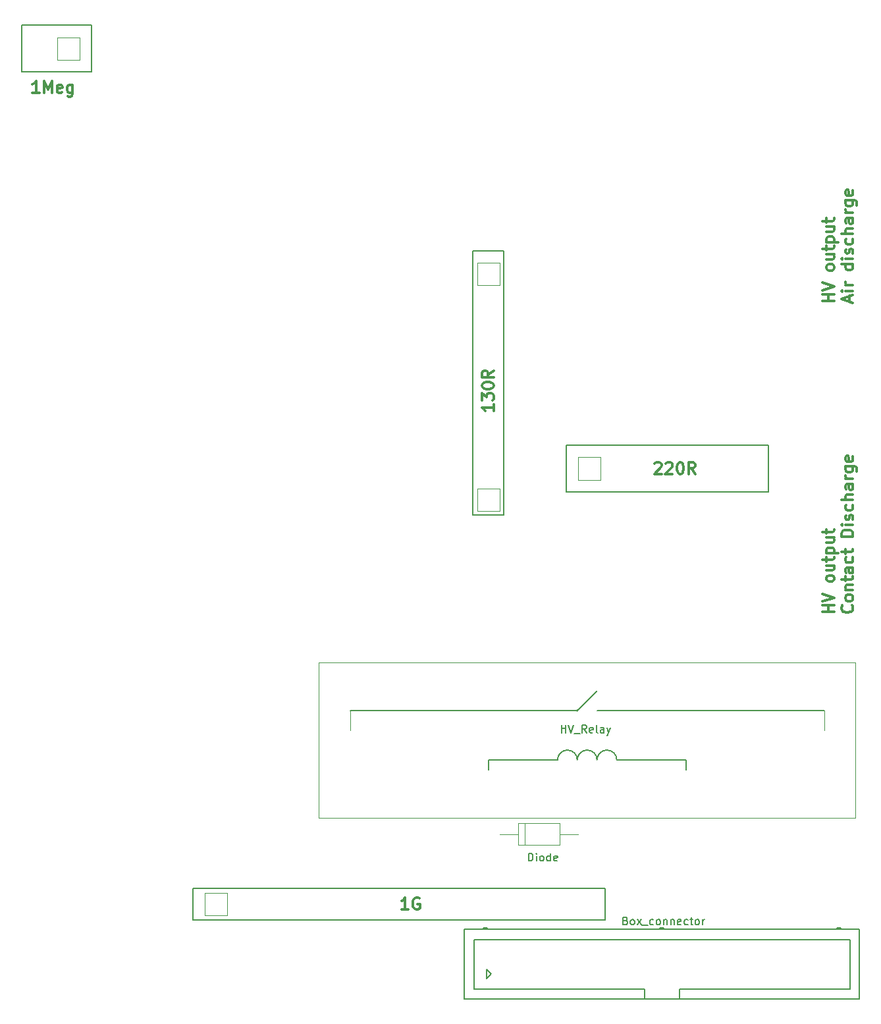
<source format=gbr>
%TF.GenerationSoftware,KiCad,Pcbnew,8.0.3*%
%TF.CreationDate,2025-04-28T21:08:14+02:00*%
%TF.ProjectId,shaper,73686170-6572-42e6-9b69-6361645f7063,1.0*%
%TF.SameCoordinates,Original*%
%TF.FileFunction,Legend,Top*%
%TF.FilePolarity,Positive*%
%FSLAX46Y46*%
G04 Gerber Fmt 4.6, Leading zero omitted, Abs format (unit mm)*
G04 Created by KiCad (PCBNEW 8.0.3) date 2025-04-28 21:08:14*
%MOMM*%
%LPD*%
G01*
G04 APERTURE LIST*
%ADD10C,0.200000*%
%ADD11C,0.300000*%
%ADD12C,0.150000*%
%ADD13C,0.120000*%
G04 APERTURE END LIST*
D10*
X57000000Y-154000000D02*
X110000000Y-154000000D01*
X97000000Y-99000000D02*
X97000000Y-102000000D01*
X57000000Y-150000000D02*
X57000000Y-154000000D01*
X105000001Y-92999998D02*
X131000004Y-93000001D01*
X131000004Y-93000001D02*
X131000000Y-99000000D01*
X35000000Y-45000000D02*
X35000000Y-39000000D01*
X44000000Y-39000000D02*
X44000000Y-45000000D01*
X97000000Y-68000000D02*
X97000000Y-99000000D01*
X35000000Y-39000000D02*
X44000000Y-39000000D01*
X131000000Y-99000000D02*
X105000001Y-98999998D01*
X97000000Y-102000000D02*
X93000000Y-102000000D01*
X110000000Y-154000000D02*
X110000000Y-150000000D01*
X93000000Y-68000000D02*
X97000000Y-68000000D01*
X105000001Y-98999998D02*
X105000001Y-92999998D01*
X44000000Y-45000000D02*
X35000000Y-45000000D01*
X93000000Y-102000000D02*
X93000000Y-68000000D01*
X110000000Y-150000000D02*
X57000000Y-150000000D01*
D11*
X95678328Y-87749998D02*
X95678328Y-88607141D01*
X95678328Y-88178570D02*
X94178328Y-88178570D01*
X94178328Y-88178570D02*
X94392614Y-88321427D01*
X94392614Y-88321427D02*
X94535471Y-88464284D01*
X94535471Y-88464284D02*
X94606900Y-88607141D01*
X94178328Y-87249999D02*
X94178328Y-86321427D01*
X94178328Y-86321427D02*
X94749757Y-86821427D01*
X94749757Y-86821427D02*
X94749757Y-86607142D01*
X94749757Y-86607142D02*
X94821185Y-86464285D01*
X94821185Y-86464285D02*
X94892614Y-86392856D01*
X94892614Y-86392856D02*
X95035471Y-86321427D01*
X95035471Y-86321427D02*
X95392614Y-86321427D01*
X95392614Y-86321427D02*
X95535471Y-86392856D01*
X95535471Y-86392856D02*
X95606900Y-86464285D01*
X95606900Y-86464285D02*
X95678328Y-86607142D01*
X95678328Y-86607142D02*
X95678328Y-87035713D01*
X95678328Y-87035713D02*
X95606900Y-87178570D01*
X95606900Y-87178570D02*
X95535471Y-87249999D01*
X94178328Y-85392856D02*
X94178328Y-85249999D01*
X94178328Y-85249999D02*
X94249757Y-85107142D01*
X94249757Y-85107142D02*
X94321185Y-85035714D01*
X94321185Y-85035714D02*
X94464042Y-84964285D01*
X94464042Y-84964285D02*
X94749757Y-84892856D01*
X94749757Y-84892856D02*
X95106900Y-84892856D01*
X95106900Y-84892856D02*
X95392614Y-84964285D01*
X95392614Y-84964285D02*
X95535471Y-85035714D01*
X95535471Y-85035714D02*
X95606900Y-85107142D01*
X95606900Y-85107142D02*
X95678328Y-85249999D01*
X95678328Y-85249999D02*
X95678328Y-85392856D01*
X95678328Y-85392856D02*
X95606900Y-85535714D01*
X95606900Y-85535714D02*
X95535471Y-85607142D01*
X95535471Y-85607142D02*
X95392614Y-85678571D01*
X95392614Y-85678571D02*
X95106900Y-85749999D01*
X95106900Y-85749999D02*
X94749757Y-85749999D01*
X94749757Y-85749999D02*
X94464042Y-85678571D01*
X94464042Y-85678571D02*
X94321185Y-85607142D01*
X94321185Y-85607142D02*
X94249757Y-85535714D01*
X94249757Y-85535714D02*
X94178328Y-85392856D01*
X95678328Y-83392857D02*
X94964042Y-83892857D01*
X95678328Y-84250000D02*
X94178328Y-84250000D01*
X94178328Y-84250000D02*
X94178328Y-83678571D01*
X94178328Y-83678571D02*
X94249757Y-83535714D01*
X94249757Y-83535714D02*
X94321185Y-83464285D01*
X94321185Y-83464285D02*
X94464042Y-83392857D01*
X94464042Y-83392857D02*
X94678328Y-83392857D01*
X94678328Y-83392857D02*
X94821185Y-83464285D01*
X94821185Y-83464285D02*
X94892614Y-83535714D01*
X94892614Y-83535714D02*
X94964042Y-83678571D01*
X94964042Y-83678571D02*
X94964042Y-84250000D01*
X139470870Y-114445489D02*
X137970870Y-114445489D01*
X138685156Y-114445489D02*
X138685156Y-113588346D01*
X139470870Y-113588346D02*
X137970870Y-113588346D01*
X137970870Y-113088345D02*
X139470870Y-112588345D01*
X139470870Y-112588345D02*
X137970870Y-112088345D01*
X139470870Y-110231203D02*
X139399442Y-110374060D01*
X139399442Y-110374060D02*
X139328013Y-110445489D01*
X139328013Y-110445489D02*
X139185156Y-110516917D01*
X139185156Y-110516917D02*
X138756584Y-110516917D01*
X138756584Y-110516917D02*
X138613727Y-110445489D01*
X138613727Y-110445489D02*
X138542299Y-110374060D01*
X138542299Y-110374060D02*
X138470870Y-110231203D01*
X138470870Y-110231203D02*
X138470870Y-110016917D01*
X138470870Y-110016917D02*
X138542299Y-109874060D01*
X138542299Y-109874060D02*
X138613727Y-109802632D01*
X138613727Y-109802632D02*
X138756584Y-109731203D01*
X138756584Y-109731203D02*
X139185156Y-109731203D01*
X139185156Y-109731203D02*
X139328013Y-109802632D01*
X139328013Y-109802632D02*
X139399442Y-109874060D01*
X139399442Y-109874060D02*
X139470870Y-110016917D01*
X139470870Y-110016917D02*
X139470870Y-110231203D01*
X138470870Y-108445489D02*
X139470870Y-108445489D01*
X138470870Y-109088346D02*
X139256584Y-109088346D01*
X139256584Y-109088346D02*
X139399442Y-109016917D01*
X139399442Y-109016917D02*
X139470870Y-108874060D01*
X139470870Y-108874060D02*
X139470870Y-108659774D01*
X139470870Y-108659774D02*
X139399442Y-108516917D01*
X139399442Y-108516917D02*
X139328013Y-108445489D01*
X138470870Y-107945488D02*
X138470870Y-107374060D01*
X137970870Y-107731203D02*
X139256584Y-107731203D01*
X139256584Y-107731203D02*
X139399442Y-107659774D01*
X139399442Y-107659774D02*
X139470870Y-107516917D01*
X139470870Y-107516917D02*
X139470870Y-107374060D01*
X138470870Y-106874060D02*
X139970870Y-106874060D01*
X138542299Y-106874060D02*
X138470870Y-106731203D01*
X138470870Y-106731203D02*
X138470870Y-106445488D01*
X138470870Y-106445488D02*
X138542299Y-106302631D01*
X138542299Y-106302631D02*
X138613727Y-106231203D01*
X138613727Y-106231203D02*
X138756584Y-106159774D01*
X138756584Y-106159774D02*
X139185156Y-106159774D01*
X139185156Y-106159774D02*
X139328013Y-106231203D01*
X139328013Y-106231203D02*
X139399442Y-106302631D01*
X139399442Y-106302631D02*
X139470870Y-106445488D01*
X139470870Y-106445488D02*
X139470870Y-106731203D01*
X139470870Y-106731203D02*
X139399442Y-106874060D01*
X138470870Y-104874060D02*
X139470870Y-104874060D01*
X138470870Y-105516917D02*
X139256584Y-105516917D01*
X139256584Y-105516917D02*
X139399442Y-105445488D01*
X139399442Y-105445488D02*
X139470870Y-105302631D01*
X139470870Y-105302631D02*
X139470870Y-105088345D01*
X139470870Y-105088345D02*
X139399442Y-104945488D01*
X139399442Y-104945488D02*
X139328013Y-104874060D01*
X138470870Y-104374059D02*
X138470870Y-103802631D01*
X137970870Y-104159774D02*
X139256584Y-104159774D01*
X139256584Y-104159774D02*
X139399442Y-104088345D01*
X139399442Y-104088345D02*
X139470870Y-103945488D01*
X139470870Y-103945488D02*
X139470870Y-103802631D01*
X141742929Y-113588346D02*
X141814358Y-113659774D01*
X141814358Y-113659774D02*
X141885786Y-113874060D01*
X141885786Y-113874060D02*
X141885786Y-114016917D01*
X141885786Y-114016917D02*
X141814358Y-114231203D01*
X141814358Y-114231203D02*
X141671500Y-114374060D01*
X141671500Y-114374060D02*
X141528643Y-114445489D01*
X141528643Y-114445489D02*
X141242929Y-114516917D01*
X141242929Y-114516917D02*
X141028643Y-114516917D01*
X141028643Y-114516917D02*
X140742929Y-114445489D01*
X140742929Y-114445489D02*
X140600072Y-114374060D01*
X140600072Y-114374060D02*
X140457215Y-114231203D01*
X140457215Y-114231203D02*
X140385786Y-114016917D01*
X140385786Y-114016917D02*
X140385786Y-113874060D01*
X140385786Y-113874060D02*
X140457215Y-113659774D01*
X140457215Y-113659774D02*
X140528643Y-113588346D01*
X141885786Y-112731203D02*
X141814358Y-112874060D01*
X141814358Y-112874060D02*
X141742929Y-112945489D01*
X141742929Y-112945489D02*
X141600072Y-113016917D01*
X141600072Y-113016917D02*
X141171500Y-113016917D01*
X141171500Y-113016917D02*
X141028643Y-112945489D01*
X141028643Y-112945489D02*
X140957215Y-112874060D01*
X140957215Y-112874060D02*
X140885786Y-112731203D01*
X140885786Y-112731203D02*
X140885786Y-112516917D01*
X140885786Y-112516917D02*
X140957215Y-112374060D01*
X140957215Y-112374060D02*
X141028643Y-112302632D01*
X141028643Y-112302632D02*
X141171500Y-112231203D01*
X141171500Y-112231203D02*
X141600072Y-112231203D01*
X141600072Y-112231203D02*
X141742929Y-112302632D01*
X141742929Y-112302632D02*
X141814358Y-112374060D01*
X141814358Y-112374060D02*
X141885786Y-112516917D01*
X141885786Y-112516917D02*
X141885786Y-112731203D01*
X140885786Y-111588346D02*
X141885786Y-111588346D01*
X141028643Y-111588346D02*
X140957215Y-111516917D01*
X140957215Y-111516917D02*
X140885786Y-111374060D01*
X140885786Y-111374060D02*
X140885786Y-111159774D01*
X140885786Y-111159774D02*
X140957215Y-111016917D01*
X140957215Y-111016917D02*
X141100072Y-110945489D01*
X141100072Y-110945489D02*
X141885786Y-110945489D01*
X140885786Y-110445488D02*
X140885786Y-109874060D01*
X140385786Y-110231203D02*
X141671500Y-110231203D01*
X141671500Y-110231203D02*
X141814358Y-110159774D01*
X141814358Y-110159774D02*
X141885786Y-110016917D01*
X141885786Y-110016917D02*
X141885786Y-109874060D01*
X141885786Y-108731203D02*
X141100072Y-108731203D01*
X141100072Y-108731203D02*
X140957215Y-108802631D01*
X140957215Y-108802631D02*
X140885786Y-108945488D01*
X140885786Y-108945488D02*
X140885786Y-109231203D01*
X140885786Y-109231203D02*
X140957215Y-109374060D01*
X141814358Y-108731203D02*
X141885786Y-108874060D01*
X141885786Y-108874060D02*
X141885786Y-109231203D01*
X141885786Y-109231203D02*
X141814358Y-109374060D01*
X141814358Y-109374060D02*
X141671500Y-109445488D01*
X141671500Y-109445488D02*
X141528643Y-109445488D01*
X141528643Y-109445488D02*
X141385786Y-109374060D01*
X141385786Y-109374060D02*
X141314358Y-109231203D01*
X141314358Y-109231203D02*
X141314358Y-108874060D01*
X141314358Y-108874060D02*
X141242929Y-108731203D01*
X141814358Y-107374060D02*
X141885786Y-107516917D01*
X141885786Y-107516917D02*
X141885786Y-107802631D01*
X141885786Y-107802631D02*
X141814358Y-107945488D01*
X141814358Y-107945488D02*
X141742929Y-108016917D01*
X141742929Y-108016917D02*
X141600072Y-108088345D01*
X141600072Y-108088345D02*
X141171500Y-108088345D01*
X141171500Y-108088345D02*
X141028643Y-108016917D01*
X141028643Y-108016917D02*
X140957215Y-107945488D01*
X140957215Y-107945488D02*
X140885786Y-107802631D01*
X140885786Y-107802631D02*
X140885786Y-107516917D01*
X140885786Y-107516917D02*
X140957215Y-107374060D01*
X140885786Y-106945488D02*
X140885786Y-106374060D01*
X140385786Y-106731203D02*
X141671500Y-106731203D01*
X141671500Y-106731203D02*
X141814358Y-106659774D01*
X141814358Y-106659774D02*
X141885786Y-106516917D01*
X141885786Y-106516917D02*
X141885786Y-106374060D01*
X141885786Y-104731203D02*
X140385786Y-104731203D01*
X140385786Y-104731203D02*
X140385786Y-104374060D01*
X140385786Y-104374060D02*
X140457215Y-104159774D01*
X140457215Y-104159774D02*
X140600072Y-104016917D01*
X140600072Y-104016917D02*
X140742929Y-103945488D01*
X140742929Y-103945488D02*
X141028643Y-103874060D01*
X141028643Y-103874060D02*
X141242929Y-103874060D01*
X141242929Y-103874060D02*
X141528643Y-103945488D01*
X141528643Y-103945488D02*
X141671500Y-104016917D01*
X141671500Y-104016917D02*
X141814358Y-104159774D01*
X141814358Y-104159774D02*
X141885786Y-104374060D01*
X141885786Y-104374060D02*
X141885786Y-104731203D01*
X141885786Y-103231203D02*
X140885786Y-103231203D01*
X140385786Y-103231203D02*
X140457215Y-103302631D01*
X140457215Y-103302631D02*
X140528643Y-103231203D01*
X140528643Y-103231203D02*
X140457215Y-103159774D01*
X140457215Y-103159774D02*
X140385786Y-103231203D01*
X140385786Y-103231203D02*
X140528643Y-103231203D01*
X141814358Y-102588345D02*
X141885786Y-102445488D01*
X141885786Y-102445488D02*
X141885786Y-102159774D01*
X141885786Y-102159774D02*
X141814358Y-102016917D01*
X141814358Y-102016917D02*
X141671500Y-101945488D01*
X141671500Y-101945488D02*
X141600072Y-101945488D01*
X141600072Y-101945488D02*
X141457215Y-102016917D01*
X141457215Y-102016917D02*
X141385786Y-102159774D01*
X141385786Y-102159774D02*
X141385786Y-102374060D01*
X141385786Y-102374060D02*
X141314358Y-102516917D01*
X141314358Y-102516917D02*
X141171500Y-102588345D01*
X141171500Y-102588345D02*
X141100072Y-102588345D01*
X141100072Y-102588345D02*
X140957215Y-102516917D01*
X140957215Y-102516917D02*
X140885786Y-102374060D01*
X140885786Y-102374060D02*
X140885786Y-102159774D01*
X140885786Y-102159774D02*
X140957215Y-102016917D01*
X141814358Y-100659774D02*
X141885786Y-100802631D01*
X141885786Y-100802631D02*
X141885786Y-101088345D01*
X141885786Y-101088345D02*
X141814358Y-101231202D01*
X141814358Y-101231202D02*
X141742929Y-101302631D01*
X141742929Y-101302631D02*
X141600072Y-101374059D01*
X141600072Y-101374059D02*
X141171500Y-101374059D01*
X141171500Y-101374059D02*
X141028643Y-101302631D01*
X141028643Y-101302631D02*
X140957215Y-101231202D01*
X140957215Y-101231202D02*
X140885786Y-101088345D01*
X140885786Y-101088345D02*
X140885786Y-100802631D01*
X140885786Y-100802631D02*
X140957215Y-100659774D01*
X141885786Y-100016917D02*
X140385786Y-100016917D01*
X141885786Y-99374060D02*
X141100072Y-99374060D01*
X141100072Y-99374060D02*
X140957215Y-99445488D01*
X140957215Y-99445488D02*
X140885786Y-99588345D01*
X140885786Y-99588345D02*
X140885786Y-99802631D01*
X140885786Y-99802631D02*
X140957215Y-99945488D01*
X140957215Y-99945488D02*
X141028643Y-100016917D01*
X141885786Y-98016917D02*
X141100072Y-98016917D01*
X141100072Y-98016917D02*
X140957215Y-98088345D01*
X140957215Y-98088345D02*
X140885786Y-98231202D01*
X140885786Y-98231202D02*
X140885786Y-98516917D01*
X140885786Y-98516917D02*
X140957215Y-98659774D01*
X141814358Y-98016917D02*
X141885786Y-98159774D01*
X141885786Y-98159774D02*
X141885786Y-98516917D01*
X141885786Y-98516917D02*
X141814358Y-98659774D01*
X141814358Y-98659774D02*
X141671500Y-98731202D01*
X141671500Y-98731202D02*
X141528643Y-98731202D01*
X141528643Y-98731202D02*
X141385786Y-98659774D01*
X141385786Y-98659774D02*
X141314358Y-98516917D01*
X141314358Y-98516917D02*
X141314358Y-98159774D01*
X141314358Y-98159774D02*
X141242929Y-98016917D01*
X141885786Y-97302631D02*
X140885786Y-97302631D01*
X141171500Y-97302631D02*
X141028643Y-97231202D01*
X141028643Y-97231202D02*
X140957215Y-97159774D01*
X140957215Y-97159774D02*
X140885786Y-97016916D01*
X140885786Y-97016916D02*
X140885786Y-96874059D01*
X140885786Y-95731203D02*
X142100072Y-95731203D01*
X142100072Y-95731203D02*
X142242929Y-95802631D01*
X142242929Y-95802631D02*
X142314358Y-95874060D01*
X142314358Y-95874060D02*
X142385786Y-96016917D01*
X142385786Y-96016917D02*
X142385786Y-96231203D01*
X142385786Y-96231203D02*
X142314358Y-96374060D01*
X141814358Y-95731203D02*
X141885786Y-95874060D01*
X141885786Y-95874060D02*
X141885786Y-96159774D01*
X141885786Y-96159774D02*
X141814358Y-96302631D01*
X141814358Y-96302631D02*
X141742929Y-96374060D01*
X141742929Y-96374060D02*
X141600072Y-96445488D01*
X141600072Y-96445488D02*
X141171500Y-96445488D01*
X141171500Y-96445488D02*
X141028643Y-96374060D01*
X141028643Y-96374060D02*
X140957215Y-96302631D01*
X140957215Y-96302631D02*
X140885786Y-96159774D01*
X140885786Y-96159774D02*
X140885786Y-95874060D01*
X140885786Y-95874060D02*
X140957215Y-95731203D01*
X141814358Y-94445488D02*
X141885786Y-94588345D01*
X141885786Y-94588345D02*
X141885786Y-94874060D01*
X141885786Y-94874060D02*
X141814358Y-95016917D01*
X141814358Y-95016917D02*
X141671500Y-95088345D01*
X141671500Y-95088345D02*
X141100072Y-95088345D01*
X141100072Y-95088345D02*
X140957215Y-95016917D01*
X140957215Y-95016917D02*
X140885786Y-94874060D01*
X140885786Y-94874060D02*
X140885786Y-94588345D01*
X140885786Y-94588345D02*
X140957215Y-94445488D01*
X140957215Y-94445488D02*
X141100072Y-94374060D01*
X141100072Y-94374060D02*
X141242929Y-94374060D01*
X141242929Y-94374060D02*
X141385786Y-95088345D01*
X116392859Y-95321182D02*
X116464287Y-95249754D01*
X116464287Y-95249754D02*
X116607145Y-95178325D01*
X116607145Y-95178325D02*
X116964287Y-95178325D01*
X116964287Y-95178325D02*
X117107145Y-95249754D01*
X117107145Y-95249754D02*
X117178573Y-95321182D01*
X117178573Y-95321182D02*
X117250002Y-95464039D01*
X117250002Y-95464039D02*
X117250002Y-95606897D01*
X117250002Y-95606897D02*
X117178573Y-95821182D01*
X117178573Y-95821182D02*
X116321430Y-96678325D01*
X116321430Y-96678325D02*
X117250002Y-96678325D01*
X117821430Y-95321182D02*
X117892858Y-95249754D01*
X117892858Y-95249754D02*
X118035716Y-95178325D01*
X118035716Y-95178325D02*
X118392858Y-95178325D01*
X118392858Y-95178325D02*
X118535716Y-95249754D01*
X118535716Y-95249754D02*
X118607144Y-95321182D01*
X118607144Y-95321182D02*
X118678573Y-95464039D01*
X118678573Y-95464039D02*
X118678573Y-95606897D01*
X118678573Y-95606897D02*
X118607144Y-95821182D01*
X118607144Y-95821182D02*
X117750001Y-96678325D01*
X117750001Y-96678325D02*
X118678573Y-96678325D01*
X119607144Y-95178325D02*
X119750001Y-95178325D01*
X119750001Y-95178325D02*
X119892858Y-95249754D01*
X119892858Y-95249754D02*
X119964287Y-95321182D01*
X119964287Y-95321182D02*
X120035715Y-95464039D01*
X120035715Y-95464039D02*
X120107144Y-95749754D01*
X120107144Y-95749754D02*
X120107144Y-96106897D01*
X120107144Y-96106897D02*
X120035715Y-96392611D01*
X120035715Y-96392611D02*
X119964287Y-96535468D01*
X119964287Y-96535468D02*
X119892858Y-96606897D01*
X119892858Y-96606897D02*
X119750001Y-96678325D01*
X119750001Y-96678325D02*
X119607144Y-96678325D01*
X119607144Y-96678325D02*
X119464287Y-96606897D01*
X119464287Y-96606897D02*
X119392858Y-96535468D01*
X119392858Y-96535468D02*
X119321429Y-96392611D01*
X119321429Y-96392611D02*
X119250001Y-96106897D01*
X119250001Y-96106897D02*
X119250001Y-95749754D01*
X119250001Y-95749754D02*
X119321429Y-95464039D01*
X119321429Y-95464039D02*
X119392858Y-95321182D01*
X119392858Y-95321182D02*
X119464287Y-95249754D01*
X119464287Y-95249754D02*
X119607144Y-95178325D01*
X121607143Y-96678325D02*
X121107143Y-95964039D01*
X120750000Y-96678325D02*
X120750000Y-95178325D01*
X120750000Y-95178325D02*
X121321429Y-95178325D01*
X121321429Y-95178325D02*
X121464286Y-95249754D01*
X121464286Y-95249754D02*
X121535715Y-95321182D01*
X121535715Y-95321182D02*
X121607143Y-95464039D01*
X121607143Y-95464039D02*
X121607143Y-95678325D01*
X121607143Y-95678325D02*
X121535715Y-95821182D01*
X121535715Y-95821182D02*
X121464286Y-95892611D01*
X121464286Y-95892611D02*
X121321429Y-95964039D01*
X121321429Y-95964039D02*
X120750000Y-95964039D01*
X139470870Y-74445489D02*
X137970870Y-74445489D01*
X138685156Y-74445489D02*
X138685156Y-73588346D01*
X139470870Y-73588346D02*
X137970870Y-73588346D01*
X137970870Y-73088345D02*
X139470870Y-72588345D01*
X139470870Y-72588345D02*
X137970870Y-72088345D01*
X139470870Y-70231203D02*
X139399442Y-70374060D01*
X139399442Y-70374060D02*
X139328013Y-70445489D01*
X139328013Y-70445489D02*
X139185156Y-70516917D01*
X139185156Y-70516917D02*
X138756584Y-70516917D01*
X138756584Y-70516917D02*
X138613727Y-70445489D01*
X138613727Y-70445489D02*
X138542299Y-70374060D01*
X138542299Y-70374060D02*
X138470870Y-70231203D01*
X138470870Y-70231203D02*
X138470870Y-70016917D01*
X138470870Y-70016917D02*
X138542299Y-69874060D01*
X138542299Y-69874060D02*
X138613727Y-69802632D01*
X138613727Y-69802632D02*
X138756584Y-69731203D01*
X138756584Y-69731203D02*
X139185156Y-69731203D01*
X139185156Y-69731203D02*
X139328013Y-69802632D01*
X139328013Y-69802632D02*
X139399442Y-69874060D01*
X139399442Y-69874060D02*
X139470870Y-70016917D01*
X139470870Y-70016917D02*
X139470870Y-70231203D01*
X138470870Y-68445489D02*
X139470870Y-68445489D01*
X138470870Y-69088346D02*
X139256584Y-69088346D01*
X139256584Y-69088346D02*
X139399442Y-69016917D01*
X139399442Y-69016917D02*
X139470870Y-68874060D01*
X139470870Y-68874060D02*
X139470870Y-68659774D01*
X139470870Y-68659774D02*
X139399442Y-68516917D01*
X139399442Y-68516917D02*
X139328013Y-68445489D01*
X138470870Y-67945488D02*
X138470870Y-67374060D01*
X137970870Y-67731203D02*
X139256584Y-67731203D01*
X139256584Y-67731203D02*
X139399442Y-67659774D01*
X139399442Y-67659774D02*
X139470870Y-67516917D01*
X139470870Y-67516917D02*
X139470870Y-67374060D01*
X138470870Y-66874060D02*
X139970870Y-66874060D01*
X138542299Y-66874060D02*
X138470870Y-66731203D01*
X138470870Y-66731203D02*
X138470870Y-66445488D01*
X138470870Y-66445488D02*
X138542299Y-66302631D01*
X138542299Y-66302631D02*
X138613727Y-66231203D01*
X138613727Y-66231203D02*
X138756584Y-66159774D01*
X138756584Y-66159774D02*
X139185156Y-66159774D01*
X139185156Y-66159774D02*
X139328013Y-66231203D01*
X139328013Y-66231203D02*
X139399442Y-66302631D01*
X139399442Y-66302631D02*
X139470870Y-66445488D01*
X139470870Y-66445488D02*
X139470870Y-66731203D01*
X139470870Y-66731203D02*
X139399442Y-66874060D01*
X138470870Y-64874060D02*
X139470870Y-64874060D01*
X138470870Y-65516917D02*
X139256584Y-65516917D01*
X139256584Y-65516917D02*
X139399442Y-65445488D01*
X139399442Y-65445488D02*
X139470870Y-65302631D01*
X139470870Y-65302631D02*
X139470870Y-65088345D01*
X139470870Y-65088345D02*
X139399442Y-64945488D01*
X139399442Y-64945488D02*
X139328013Y-64874060D01*
X138470870Y-64374059D02*
X138470870Y-63802631D01*
X137970870Y-64159774D02*
X139256584Y-64159774D01*
X139256584Y-64159774D02*
X139399442Y-64088345D01*
X139399442Y-64088345D02*
X139470870Y-63945488D01*
X139470870Y-63945488D02*
X139470870Y-63802631D01*
X141457215Y-74516917D02*
X141457215Y-73802632D01*
X141885786Y-74659774D02*
X140385786Y-74159774D01*
X140385786Y-74159774D02*
X141885786Y-73659774D01*
X141885786Y-73159775D02*
X140885786Y-73159775D01*
X140385786Y-73159775D02*
X140457215Y-73231203D01*
X140457215Y-73231203D02*
X140528643Y-73159775D01*
X140528643Y-73159775D02*
X140457215Y-73088346D01*
X140457215Y-73088346D02*
X140385786Y-73159775D01*
X140385786Y-73159775D02*
X140528643Y-73159775D01*
X141885786Y-72445489D02*
X140885786Y-72445489D01*
X141171500Y-72445489D02*
X141028643Y-72374060D01*
X141028643Y-72374060D02*
X140957215Y-72302632D01*
X140957215Y-72302632D02*
X140885786Y-72159774D01*
X140885786Y-72159774D02*
X140885786Y-72016917D01*
X141885786Y-69731204D02*
X140385786Y-69731204D01*
X141814358Y-69731204D02*
X141885786Y-69874061D01*
X141885786Y-69874061D02*
X141885786Y-70159775D01*
X141885786Y-70159775D02*
X141814358Y-70302632D01*
X141814358Y-70302632D02*
X141742929Y-70374061D01*
X141742929Y-70374061D02*
X141600072Y-70445489D01*
X141600072Y-70445489D02*
X141171500Y-70445489D01*
X141171500Y-70445489D02*
X141028643Y-70374061D01*
X141028643Y-70374061D02*
X140957215Y-70302632D01*
X140957215Y-70302632D02*
X140885786Y-70159775D01*
X140885786Y-70159775D02*
X140885786Y-69874061D01*
X140885786Y-69874061D02*
X140957215Y-69731204D01*
X141885786Y-69016918D02*
X140885786Y-69016918D01*
X140385786Y-69016918D02*
X140457215Y-69088346D01*
X140457215Y-69088346D02*
X140528643Y-69016918D01*
X140528643Y-69016918D02*
X140457215Y-68945489D01*
X140457215Y-68945489D02*
X140385786Y-69016918D01*
X140385786Y-69016918D02*
X140528643Y-69016918D01*
X141814358Y-68374060D02*
X141885786Y-68231203D01*
X141885786Y-68231203D02*
X141885786Y-67945489D01*
X141885786Y-67945489D02*
X141814358Y-67802632D01*
X141814358Y-67802632D02*
X141671500Y-67731203D01*
X141671500Y-67731203D02*
X141600072Y-67731203D01*
X141600072Y-67731203D02*
X141457215Y-67802632D01*
X141457215Y-67802632D02*
X141385786Y-67945489D01*
X141385786Y-67945489D02*
X141385786Y-68159775D01*
X141385786Y-68159775D02*
X141314358Y-68302632D01*
X141314358Y-68302632D02*
X141171500Y-68374060D01*
X141171500Y-68374060D02*
X141100072Y-68374060D01*
X141100072Y-68374060D02*
X140957215Y-68302632D01*
X140957215Y-68302632D02*
X140885786Y-68159775D01*
X140885786Y-68159775D02*
X140885786Y-67945489D01*
X140885786Y-67945489D02*
X140957215Y-67802632D01*
X141814358Y-66445489D02*
X141885786Y-66588346D01*
X141885786Y-66588346D02*
X141885786Y-66874060D01*
X141885786Y-66874060D02*
X141814358Y-67016917D01*
X141814358Y-67016917D02*
X141742929Y-67088346D01*
X141742929Y-67088346D02*
X141600072Y-67159774D01*
X141600072Y-67159774D02*
X141171500Y-67159774D01*
X141171500Y-67159774D02*
X141028643Y-67088346D01*
X141028643Y-67088346D02*
X140957215Y-67016917D01*
X140957215Y-67016917D02*
X140885786Y-66874060D01*
X140885786Y-66874060D02*
X140885786Y-66588346D01*
X140885786Y-66588346D02*
X140957215Y-66445489D01*
X141885786Y-65802632D02*
X140385786Y-65802632D01*
X141885786Y-65159775D02*
X141100072Y-65159775D01*
X141100072Y-65159775D02*
X140957215Y-65231203D01*
X140957215Y-65231203D02*
X140885786Y-65374060D01*
X140885786Y-65374060D02*
X140885786Y-65588346D01*
X140885786Y-65588346D02*
X140957215Y-65731203D01*
X140957215Y-65731203D02*
X141028643Y-65802632D01*
X141885786Y-63802632D02*
X141100072Y-63802632D01*
X141100072Y-63802632D02*
X140957215Y-63874060D01*
X140957215Y-63874060D02*
X140885786Y-64016917D01*
X140885786Y-64016917D02*
X140885786Y-64302632D01*
X140885786Y-64302632D02*
X140957215Y-64445489D01*
X141814358Y-63802632D02*
X141885786Y-63945489D01*
X141885786Y-63945489D02*
X141885786Y-64302632D01*
X141885786Y-64302632D02*
X141814358Y-64445489D01*
X141814358Y-64445489D02*
X141671500Y-64516917D01*
X141671500Y-64516917D02*
X141528643Y-64516917D01*
X141528643Y-64516917D02*
X141385786Y-64445489D01*
X141385786Y-64445489D02*
X141314358Y-64302632D01*
X141314358Y-64302632D02*
X141314358Y-63945489D01*
X141314358Y-63945489D02*
X141242929Y-63802632D01*
X141885786Y-63088346D02*
X140885786Y-63088346D01*
X141171500Y-63088346D02*
X141028643Y-63016917D01*
X141028643Y-63016917D02*
X140957215Y-62945489D01*
X140957215Y-62945489D02*
X140885786Y-62802631D01*
X140885786Y-62802631D02*
X140885786Y-62659774D01*
X140885786Y-61516918D02*
X142100072Y-61516918D01*
X142100072Y-61516918D02*
X142242929Y-61588346D01*
X142242929Y-61588346D02*
X142314358Y-61659775D01*
X142314358Y-61659775D02*
X142385786Y-61802632D01*
X142385786Y-61802632D02*
X142385786Y-62016918D01*
X142385786Y-62016918D02*
X142314358Y-62159775D01*
X141814358Y-61516918D02*
X141885786Y-61659775D01*
X141885786Y-61659775D02*
X141885786Y-61945489D01*
X141885786Y-61945489D02*
X141814358Y-62088346D01*
X141814358Y-62088346D02*
X141742929Y-62159775D01*
X141742929Y-62159775D02*
X141600072Y-62231203D01*
X141600072Y-62231203D02*
X141171500Y-62231203D01*
X141171500Y-62231203D02*
X141028643Y-62159775D01*
X141028643Y-62159775D02*
X140957215Y-62088346D01*
X140957215Y-62088346D02*
X140885786Y-61945489D01*
X140885786Y-61945489D02*
X140885786Y-61659775D01*
X140885786Y-61659775D02*
X140957215Y-61516918D01*
X141814358Y-60231203D02*
X141885786Y-60374060D01*
X141885786Y-60374060D02*
X141885786Y-60659775D01*
X141885786Y-60659775D02*
X141814358Y-60802632D01*
X141814358Y-60802632D02*
X141671500Y-60874060D01*
X141671500Y-60874060D02*
X141100072Y-60874060D01*
X141100072Y-60874060D02*
X140957215Y-60802632D01*
X140957215Y-60802632D02*
X140885786Y-60659775D01*
X140885786Y-60659775D02*
X140885786Y-60374060D01*
X140885786Y-60374060D02*
X140957215Y-60231203D01*
X140957215Y-60231203D02*
X141100072Y-60159775D01*
X141100072Y-60159775D02*
X141242929Y-60159775D01*
X141242929Y-60159775D02*
X141385786Y-60874060D01*
X37250000Y-47678328D02*
X36392857Y-47678328D01*
X36821428Y-47678328D02*
X36821428Y-46178328D01*
X36821428Y-46178328D02*
X36678571Y-46392614D01*
X36678571Y-46392614D02*
X36535714Y-46535471D01*
X36535714Y-46535471D02*
X36392857Y-46606900D01*
X37892856Y-47678328D02*
X37892856Y-46178328D01*
X37892856Y-46178328D02*
X38392856Y-47249757D01*
X38392856Y-47249757D02*
X38892856Y-46178328D01*
X38892856Y-46178328D02*
X38892856Y-47678328D01*
X40178571Y-47606900D02*
X40035714Y-47678328D01*
X40035714Y-47678328D02*
X39750000Y-47678328D01*
X39750000Y-47678328D02*
X39607142Y-47606900D01*
X39607142Y-47606900D02*
X39535714Y-47464042D01*
X39535714Y-47464042D02*
X39535714Y-46892614D01*
X39535714Y-46892614D02*
X39607142Y-46749757D01*
X39607142Y-46749757D02*
X39750000Y-46678328D01*
X39750000Y-46678328D02*
X40035714Y-46678328D01*
X40035714Y-46678328D02*
X40178571Y-46749757D01*
X40178571Y-46749757D02*
X40250000Y-46892614D01*
X40250000Y-46892614D02*
X40250000Y-47035471D01*
X40250000Y-47035471D02*
X39535714Y-47178328D01*
X41535714Y-46678328D02*
X41535714Y-47892614D01*
X41535714Y-47892614D02*
X41464285Y-48035471D01*
X41464285Y-48035471D02*
X41392856Y-48106900D01*
X41392856Y-48106900D02*
X41249999Y-48178328D01*
X41249999Y-48178328D02*
X41035714Y-48178328D01*
X41035714Y-48178328D02*
X40892856Y-48106900D01*
X41535714Y-47606900D02*
X41392856Y-47678328D01*
X41392856Y-47678328D02*
X41107142Y-47678328D01*
X41107142Y-47678328D02*
X40964285Y-47606900D01*
X40964285Y-47606900D02*
X40892856Y-47535471D01*
X40892856Y-47535471D02*
X40821428Y-47392614D01*
X40821428Y-47392614D02*
X40821428Y-46964042D01*
X40821428Y-46964042D02*
X40892856Y-46821185D01*
X40892856Y-46821185D02*
X40964285Y-46749757D01*
X40964285Y-46749757D02*
X41107142Y-46678328D01*
X41107142Y-46678328D02*
X41392856Y-46678328D01*
X41392856Y-46678328D02*
X41535714Y-46749757D01*
X84678572Y-152678328D02*
X83821429Y-152678328D01*
X84250000Y-152678328D02*
X84250000Y-151178328D01*
X84250000Y-151178328D02*
X84107143Y-151392614D01*
X84107143Y-151392614D02*
X83964286Y-151535471D01*
X83964286Y-151535471D02*
X83821429Y-151606900D01*
X86107143Y-151249757D02*
X85964286Y-151178328D01*
X85964286Y-151178328D02*
X85750000Y-151178328D01*
X85750000Y-151178328D02*
X85535714Y-151249757D01*
X85535714Y-151249757D02*
X85392857Y-151392614D01*
X85392857Y-151392614D02*
X85321428Y-151535471D01*
X85321428Y-151535471D02*
X85250000Y-151821185D01*
X85250000Y-151821185D02*
X85250000Y-152035471D01*
X85250000Y-152035471D02*
X85321428Y-152321185D01*
X85321428Y-152321185D02*
X85392857Y-152464042D01*
X85392857Y-152464042D02*
X85535714Y-152606900D01*
X85535714Y-152606900D02*
X85750000Y-152678328D01*
X85750000Y-152678328D02*
X85892857Y-152678328D01*
X85892857Y-152678328D02*
X86107143Y-152606900D01*
X86107143Y-152606900D02*
X86178571Y-152535471D01*
X86178571Y-152535471D02*
X86178571Y-152035471D01*
X86178571Y-152035471D02*
X85892857Y-152035471D01*
D12*
X112642856Y-154131009D02*
X112785713Y-154178628D01*
X112785713Y-154178628D02*
X112833332Y-154226247D01*
X112833332Y-154226247D02*
X112880951Y-154321485D01*
X112880951Y-154321485D02*
X112880951Y-154464342D01*
X112880951Y-154464342D02*
X112833332Y-154559580D01*
X112833332Y-154559580D02*
X112785713Y-154607200D01*
X112785713Y-154607200D02*
X112690475Y-154654819D01*
X112690475Y-154654819D02*
X112309523Y-154654819D01*
X112309523Y-154654819D02*
X112309523Y-153654819D01*
X112309523Y-153654819D02*
X112642856Y-153654819D01*
X112642856Y-153654819D02*
X112738094Y-153702438D01*
X112738094Y-153702438D02*
X112785713Y-153750057D01*
X112785713Y-153750057D02*
X112833332Y-153845295D01*
X112833332Y-153845295D02*
X112833332Y-153940533D01*
X112833332Y-153940533D02*
X112785713Y-154035771D01*
X112785713Y-154035771D02*
X112738094Y-154083390D01*
X112738094Y-154083390D02*
X112642856Y-154131009D01*
X112642856Y-154131009D02*
X112309523Y-154131009D01*
X113452380Y-154654819D02*
X113357142Y-154607200D01*
X113357142Y-154607200D02*
X113309523Y-154559580D01*
X113309523Y-154559580D02*
X113261904Y-154464342D01*
X113261904Y-154464342D02*
X113261904Y-154178628D01*
X113261904Y-154178628D02*
X113309523Y-154083390D01*
X113309523Y-154083390D02*
X113357142Y-154035771D01*
X113357142Y-154035771D02*
X113452380Y-153988152D01*
X113452380Y-153988152D02*
X113595237Y-153988152D01*
X113595237Y-153988152D02*
X113690475Y-154035771D01*
X113690475Y-154035771D02*
X113738094Y-154083390D01*
X113738094Y-154083390D02*
X113785713Y-154178628D01*
X113785713Y-154178628D02*
X113785713Y-154464342D01*
X113785713Y-154464342D02*
X113738094Y-154559580D01*
X113738094Y-154559580D02*
X113690475Y-154607200D01*
X113690475Y-154607200D02*
X113595237Y-154654819D01*
X113595237Y-154654819D02*
X113452380Y-154654819D01*
X114119047Y-154654819D02*
X114642856Y-153988152D01*
X114119047Y-153988152D02*
X114642856Y-154654819D01*
X114785714Y-154750057D02*
X115547618Y-154750057D01*
X116214285Y-154607200D02*
X116119047Y-154654819D01*
X116119047Y-154654819D02*
X115928571Y-154654819D01*
X115928571Y-154654819D02*
X115833333Y-154607200D01*
X115833333Y-154607200D02*
X115785714Y-154559580D01*
X115785714Y-154559580D02*
X115738095Y-154464342D01*
X115738095Y-154464342D02*
X115738095Y-154178628D01*
X115738095Y-154178628D02*
X115785714Y-154083390D01*
X115785714Y-154083390D02*
X115833333Y-154035771D01*
X115833333Y-154035771D02*
X115928571Y-153988152D01*
X115928571Y-153988152D02*
X116119047Y-153988152D01*
X116119047Y-153988152D02*
X116214285Y-154035771D01*
X116785714Y-154654819D02*
X116690476Y-154607200D01*
X116690476Y-154607200D02*
X116642857Y-154559580D01*
X116642857Y-154559580D02*
X116595238Y-154464342D01*
X116595238Y-154464342D02*
X116595238Y-154178628D01*
X116595238Y-154178628D02*
X116642857Y-154083390D01*
X116642857Y-154083390D02*
X116690476Y-154035771D01*
X116690476Y-154035771D02*
X116785714Y-153988152D01*
X116785714Y-153988152D02*
X116928571Y-153988152D01*
X116928571Y-153988152D02*
X117023809Y-154035771D01*
X117023809Y-154035771D02*
X117071428Y-154083390D01*
X117071428Y-154083390D02*
X117119047Y-154178628D01*
X117119047Y-154178628D02*
X117119047Y-154464342D01*
X117119047Y-154464342D02*
X117071428Y-154559580D01*
X117071428Y-154559580D02*
X117023809Y-154607200D01*
X117023809Y-154607200D02*
X116928571Y-154654819D01*
X116928571Y-154654819D02*
X116785714Y-154654819D01*
X117547619Y-153988152D02*
X117547619Y-154654819D01*
X117547619Y-154083390D02*
X117595238Y-154035771D01*
X117595238Y-154035771D02*
X117690476Y-153988152D01*
X117690476Y-153988152D02*
X117833333Y-153988152D01*
X117833333Y-153988152D02*
X117928571Y-154035771D01*
X117928571Y-154035771D02*
X117976190Y-154131009D01*
X117976190Y-154131009D02*
X117976190Y-154654819D01*
X118452381Y-153988152D02*
X118452381Y-154654819D01*
X118452381Y-154083390D02*
X118500000Y-154035771D01*
X118500000Y-154035771D02*
X118595238Y-153988152D01*
X118595238Y-153988152D02*
X118738095Y-153988152D01*
X118738095Y-153988152D02*
X118833333Y-154035771D01*
X118833333Y-154035771D02*
X118880952Y-154131009D01*
X118880952Y-154131009D02*
X118880952Y-154654819D01*
X119738095Y-154607200D02*
X119642857Y-154654819D01*
X119642857Y-154654819D02*
X119452381Y-154654819D01*
X119452381Y-154654819D02*
X119357143Y-154607200D01*
X119357143Y-154607200D02*
X119309524Y-154511961D01*
X119309524Y-154511961D02*
X119309524Y-154131009D01*
X119309524Y-154131009D02*
X119357143Y-154035771D01*
X119357143Y-154035771D02*
X119452381Y-153988152D01*
X119452381Y-153988152D02*
X119642857Y-153988152D01*
X119642857Y-153988152D02*
X119738095Y-154035771D01*
X119738095Y-154035771D02*
X119785714Y-154131009D01*
X119785714Y-154131009D02*
X119785714Y-154226247D01*
X119785714Y-154226247D02*
X119309524Y-154321485D01*
X120642857Y-154607200D02*
X120547619Y-154654819D01*
X120547619Y-154654819D02*
X120357143Y-154654819D01*
X120357143Y-154654819D02*
X120261905Y-154607200D01*
X120261905Y-154607200D02*
X120214286Y-154559580D01*
X120214286Y-154559580D02*
X120166667Y-154464342D01*
X120166667Y-154464342D02*
X120166667Y-154178628D01*
X120166667Y-154178628D02*
X120214286Y-154083390D01*
X120214286Y-154083390D02*
X120261905Y-154035771D01*
X120261905Y-154035771D02*
X120357143Y-153988152D01*
X120357143Y-153988152D02*
X120547619Y-153988152D01*
X120547619Y-153988152D02*
X120642857Y-154035771D01*
X120928572Y-153988152D02*
X121309524Y-153988152D01*
X121071429Y-153654819D02*
X121071429Y-154511961D01*
X121071429Y-154511961D02*
X121119048Y-154607200D01*
X121119048Y-154607200D02*
X121214286Y-154654819D01*
X121214286Y-154654819D02*
X121309524Y-154654819D01*
X121785715Y-154654819D02*
X121690477Y-154607200D01*
X121690477Y-154607200D02*
X121642858Y-154559580D01*
X121642858Y-154559580D02*
X121595239Y-154464342D01*
X121595239Y-154464342D02*
X121595239Y-154178628D01*
X121595239Y-154178628D02*
X121642858Y-154083390D01*
X121642858Y-154083390D02*
X121690477Y-154035771D01*
X121690477Y-154035771D02*
X121785715Y-153988152D01*
X121785715Y-153988152D02*
X121928572Y-153988152D01*
X121928572Y-153988152D02*
X122023810Y-154035771D01*
X122023810Y-154035771D02*
X122071429Y-154083390D01*
X122071429Y-154083390D02*
X122119048Y-154178628D01*
X122119048Y-154178628D02*
X122119048Y-154464342D01*
X122119048Y-154464342D02*
X122071429Y-154559580D01*
X122071429Y-154559580D02*
X122023810Y-154607200D01*
X122023810Y-154607200D02*
X121928572Y-154654819D01*
X121928572Y-154654819D02*
X121785715Y-154654819D01*
X122547620Y-154654819D02*
X122547620Y-153988152D01*
X122547620Y-154178628D02*
X122595239Y-154083390D01*
X122595239Y-154083390D02*
X122642858Y-154035771D01*
X122642858Y-154035771D02*
X122738096Y-153988152D01*
X122738096Y-153988152D02*
X122833334Y-153988152D01*
X104380952Y-129954819D02*
X104380952Y-128954819D01*
X104380952Y-129431009D02*
X104952380Y-129431009D01*
X104952380Y-129954819D02*
X104952380Y-128954819D01*
X105285714Y-128954819D02*
X105619047Y-129954819D01*
X105619047Y-129954819D02*
X105952380Y-128954819D01*
X106047619Y-130050057D02*
X106809523Y-130050057D01*
X107619047Y-129954819D02*
X107285714Y-129478628D01*
X107047619Y-129954819D02*
X107047619Y-128954819D01*
X107047619Y-128954819D02*
X107428571Y-128954819D01*
X107428571Y-128954819D02*
X107523809Y-129002438D01*
X107523809Y-129002438D02*
X107571428Y-129050057D01*
X107571428Y-129050057D02*
X107619047Y-129145295D01*
X107619047Y-129145295D02*
X107619047Y-129288152D01*
X107619047Y-129288152D02*
X107571428Y-129383390D01*
X107571428Y-129383390D02*
X107523809Y-129431009D01*
X107523809Y-129431009D02*
X107428571Y-129478628D01*
X107428571Y-129478628D02*
X107047619Y-129478628D01*
X108428571Y-129907200D02*
X108333333Y-129954819D01*
X108333333Y-129954819D02*
X108142857Y-129954819D01*
X108142857Y-129954819D02*
X108047619Y-129907200D01*
X108047619Y-129907200D02*
X108000000Y-129811961D01*
X108000000Y-129811961D02*
X108000000Y-129431009D01*
X108000000Y-129431009D02*
X108047619Y-129335771D01*
X108047619Y-129335771D02*
X108142857Y-129288152D01*
X108142857Y-129288152D02*
X108333333Y-129288152D01*
X108333333Y-129288152D02*
X108428571Y-129335771D01*
X108428571Y-129335771D02*
X108476190Y-129431009D01*
X108476190Y-129431009D02*
X108476190Y-129526247D01*
X108476190Y-129526247D02*
X108000000Y-129621485D01*
X109047619Y-129954819D02*
X108952381Y-129907200D01*
X108952381Y-129907200D02*
X108904762Y-129811961D01*
X108904762Y-129811961D02*
X108904762Y-128954819D01*
X109857143Y-129954819D02*
X109857143Y-129431009D01*
X109857143Y-129431009D02*
X109809524Y-129335771D01*
X109809524Y-129335771D02*
X109714286Y-129288152D01*
X109714286Y-129288152D02*
X109523810Y-129288152D01*
X109523810Y-129288152D02*
X109428572Y-129335771D01*
X109857143Y-129907200D02*
X109761905Y-129954819D01*
X109761905Y-129954819D02*
X109523810Y-129954819D01*
X109523810Y-129954819D02*
X109428572Y-129907200D01*
X109428572Y-129907200D02*
X109380953Y-129811961D01*
X109380953Y-129811961D02*
X109380953Y-129716723D01*
X109380953Y-129716723D02*
X109428572Y-129621485D01*
X109428572Y-129621485D02*
X109523810Y-129573866D01*
X109523810Y-129573866D02*
X109761905Y-129573866D01*
X109761905Y-129573866D02*
X109857143Y-129526247D01*
X110238096Y-129288152D02*
X110476191Y-129954819D01*
X110714286Y-129288152D02*
X110476191Y-129954819D01*
X110476191Y-129954819D02*
X110380953Y-130192914D01*
X110380953Y-130192914D02*
X110333334Y-130240533D01*
X110333334Y-130240533D02*
X110238096Y-130288152D01*
X100166667Y-146454819D02*
X100166667Y-145454819D01*
X100166667Y-145454819D02*
X100404762Y-145454819D01*
X100404762Y-145454819D02*
X100547619Y-145502438D01*
X100547619Y-145502438D02*
X100642857Y-145597676D01*
X100642857Y-145597676D02*
X100690476Y-145692914D01*
X100690476Y-145692914D02*
X100738095Y-145883390D01*
X100738095Y-145883390D02*
X100738095Y-146026247D01*
X100738095Y-146026247D02*
X100690476Y-146216723D01*
X100690476Y-146216723D02*
X100642857Y-146311961D01*
X100642857Y-146311961D02*
X100547619Y-146407200D01*
X100547619Y-146407200D02*
X100404762Y-146454819D01*
X100404762Y-146454819D02*
X100166667Y-146454819D01*
X101166667Y-146454819D02*
X101166667Y-145788152D01*
X101166667Y-145454819D02*
X101119048Y-145502438D01*
X101119048Y-145502438D02*
X101166667Y-145550057D01*
X101166667Y-145550057D02*
X101214286Y-145502438D01*
X101214286Y-145502438D02*
X101166667Y-145454819D01*
X101166667Y-145454819D02*
X101166667Y-145550057D01*
X101785714Y-146454819D02*
X101690476Y-146407200D01*
X101690476Y-146407200D02*
X101642857Y-146359580D01*
X101642857Y-146359580D02*
X101595238Y-146264342D01*
X101595238Y-146264342D02*
X101595238Y-145978628D01*
X101595238Y-145978628D02*
X101642857Y-145883390D01*
X101642857Y-145883390D02*
X101690476Y-145835771D01*
X101690476Y-145835771D02*
X101785714Y-145788152D01*
X101785714Y-145788152D02*
X101928571Y-145788152D01*
X101928571Y-145788152D02*
X102023809Y-145835771D01*
X102023809Y-145835771D02*
X102071428Y-145883390D01*
X102071428Y-145883390D02*
X102119047Y-145978628D01*
X102119047Y-145978628D02*
X102119047Y-146264342D01*
X102119047Y-146264342D02*
X102071428Y-146359580D01*
X102071428Y-146359580D02*
X102023809Y-146407200D01*
X102023809Y-146407200D02*
X101928571Y-146454819D01*
X101928571Y-146454819D02*
X101785714Y-146454819D01*
X102976190Y-146454819D02*
X102976190Y-145454819D01*
X102976190Y-146407200D02*
X102880952Y-146454819D01*
X102880952Y-146454819D02*
X102690476Y-146454819D01*
X102690476Y-146454819D02*
X102595238Y-146407200D01*
X102595238Y-146407200D02*
X102547619Y-146359580D01*
X102547619Y-146359580D02*
X102500000Y-146264342D01*
X102500000Y-146264342D02*
X102500000Y-145978628D01*
X102500000Y-145978628D02*
X102547619Y-145883390D01*
X102547619Y-145883390D02*
X102595238Y-145835771D01*
X102595238Y-145835771D02*
X102690476Y-145788152D01*
X102690476Y-145788152D02*
X102880952Y-145788152D01*
X102880952Y-145788152D02*
X102976190Y-145835771D01*
X103833333Y-146407200D02*
X103738095Y-146454819D01*
X103738095Y-146454819D02*
X103547619Y-146454819D01*
X103547619Y-146454819D02*
X103452381Y-146407200D01*
X103452381Y-146407200D02*
X103404762Y-146311961D01*
X103404762Y-146311961D02*
X103404762Y-145931009D01*
X103404762Y-145931009D02*
X103452381Y-145835771D01*
X103452381Y-145835771D02*
X103547619Y-145788152D01*
X103547619Y-145788152D02*
X103738095Y-145788152D01*
X103738095Y-145788152D02*
X103833333Y-145835771D01*
X103833333Y-145835771D02*
X103880952Y-145931009D01*
X103880952Y-145931009D02*
X103880952Y-146026247D01*
X103880952Y-146026247D02*
X103404762Y-146121485D01*
%TO.C,Box_connector*%
X91930000Y-164200000D02*
X91930001Y-155260000D01*
X91930001Y-155260000D02*
X142710000Y-155260000D01*
X93130000Y-156560000D02*
X141510000Y-156560000D01*
X93130000Y-162900000D02*
X93130000Y-156560000D01*
X94350000Y-155060000D02*
X94850000Y-155060000D01*
X94350000Y-155159999D02*
X94850000Y-155160000D01*
X94350000Y-155260000D02*
X94350000Y-155060000D01*
X94800000Y-160400000D02*
X95400000Y-161000000D01*
X94800000Y-161600000D02*
X94800000Y-160400000D01*
X94850000Y-155060000D02*
X94849999Y-155260000D01*
X95400000Y-161000000D02*
X94800000Y-161600000D01*
X115095000Y-162900000D02*
X93130000Y-162900000D01*
X115095000Y-164200000D02*
X115095000Y-162900000D01*
X117070000Y-155060000D02*
X117570000Y-155060000D01*
X117070000Y-155159999D02*
X117570000Y-155160000D01*
X117070000Y-155260000D02*
X117070000Y-155060000D01*
X117570000Y-155060000D02*
X117570000Y-155260001D01*
X119544999Y-162900000D02*
X119545000Y-164200000D01*
X139790000Y-155060000D02*
X140290000Y-155060000D01*
X139790000Y-155160000D02*
X140290000Y-155160000D01*
X139790000Y-155260000D02*
X139790000Y-155060000D01*
X140290000Y-155060000D02*
X140290000Y-155260001D01*
X141510000Y-156560000D02*
X141510000Y-162900000D01*
X141510000Y-162900000D02*
X119544999Y-162900000D01*
X142710000Y-155260000D02*
X142710000Y-164200000D01*
X142710000Y-164200000D02*
X91930000Y-164200000D01*
D13*
%TO.C,HV_Relay*%
X73199998Y-120919998D02*
X142200000Y-120919999D01*
X73200000Y-140919998D02*
X73199998Y-120919998D01*
X73200000Y-140919998D02*
X142199999Y-140919998D01*
X77220001Y-129650000D02*
X77219999Y-127109996D01*
D12*
X94999998Y-134729997D02*
X95000000Y-133459999D01*
X95000000Y-133459999D02*
X103889998Y-133459998D01*
X102619999Y-127109999D02*
X77219999Y-127109996D01*
X102619999Y-127109999D02*
X106429999Y-127109996D01*
X106429999Y-127109996D02*
X108970000Y-124569997D01*
X108969998Y-127109998D02*
X138179998Y-127109998D01*
X111510000Y-133459998D02*
X120399998Y-133459998D01*
X120400000Y-134729999D02*
X120399998Y-133459998D01*
D13*
X138179999Y-129649997D02*
X138179998Y-127109998D01*
X142199999Y-140919998D02*
X142200000Y-120919999D01*
D12*
X103889998Y-133459998D02*
G75*
G02*
X105159999Y-132189997I1270001J0D01*
G01*
X105159999Y-132189998D02*
G75*
G02*
X106429999Y-133459998I0J-1270000D01*
G01*
X106429999Y-133459998D02*
G75*
G02*
X107699999Y-132189998I1270000J0D01*
G01*
X107699999Y-132189999D02*
G75*
G02*
X108969998Y-133459999I0J-1269999D01*
G01*
X108969999Y-133459999D02*
G75*
G02*
X110239999Y-132189998I1270000J1D01*
G01*
X110239999Y-132189999D02*
G75*
G02*
X111509998Y-133459998I0J-1269999D01*
G01*
D13*
X106560001Y-127109996D02*
G75*
G02*
X106299997Y-127109996I-130002J0D01*
G01*
X106299997Y-127109996D02*
G75*
G02*
X106560001Y-127109996I130002J0D01*
G01*
%TO.C,Diode*%
X96430000Y-143000000D02*
X98840000Y-143000000D01*
X98840000Y-141590000D02*
X98840000Y-144410000D01*
X98840000Y-144410000D02*
X104160000Y-144410000D01*
X99680000Y-141590000D02*
X99680000Y-144410000D01*
X104160000Y-141590000D02*
X98840000Y-141590000D01*
X104160000Y-144410000D02*
X104160000Y-141590000D01*
X106570000Y-143000000D02*
X104160000Y-143000000D01*
%TO.C,REF\u002A\u002A*%
X93550000Y-98550000D02*
X96450000Y-98550000D01*
X93550000Y-101450000D02*
X93550000Y-98550000D01*
X96450000Y-98550000D02*
X96450000Y-101450000D01*
X96450000Y-101450000D02*
X93550000Y-101450000D01*
X39550000Y-40550000D02*
X42450000Y-40550000D01*
X39550000Y-43450000D02*
X39550000Y-40550000D01*
X42450000Y-40550000D02*
X42450000Y-43450000D01*
X42450000Y-43450000D02*
X39550000Y-43450000D01*
X106550000Y-94550000D02*
X109450000Y-94550000D01*
X106550000Y-97450000D02*
X106550000Y-94550000D01*
X109450000Y-94550000D02*
X109450000Y-97450000D01*
X109450000Y-97450000D02*
X106550000Y-97450000D01*
X58550000Y-150550000D02*
X61450000Y-150550000D01*
X58550000Y-153450000D02*
X58550000Y-150550000D01*
X61450000Y-150550000D02*
X61450000Y-153450000D01*
X61450000Y-153450000D02*
X58550000Y-153450000D01*
X93550000Y-69550000D02*
X96450000Y-69550000D01*
X93550000Y-72450000D02*
X93550000Y-69550000D01*
X96450000Y-69550000D02*
X96450000Y-72450000D01*
X96450000Y-72450000D02*
X93550000Y-72450000D01*
%TD*%
M02*

</source>
